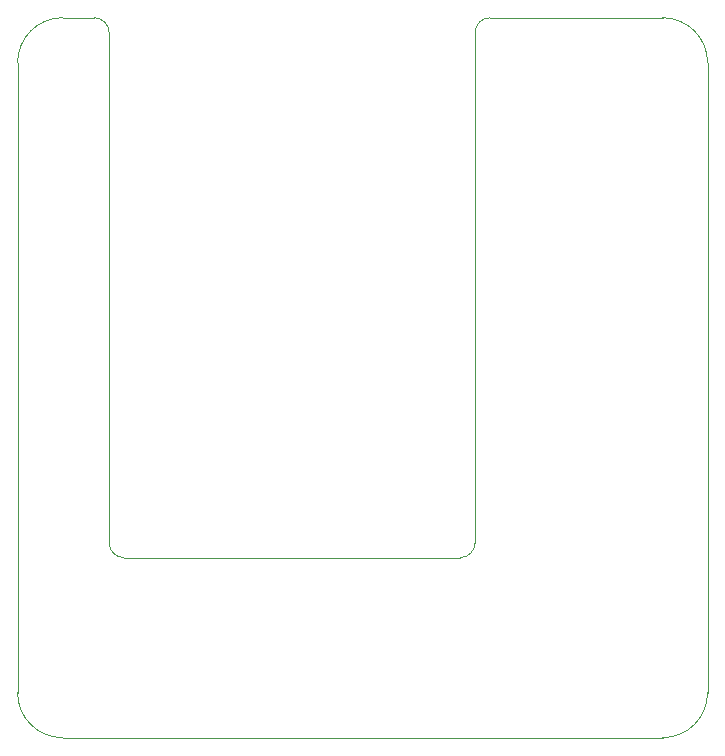
<source format=gm1>
G04 #@! TF.GenerationSoftware,KiCad,Pcbnew,9.0.6*
G04 #@! TF.CreationDate,2026-01-15T23:38:00-05:00*
G04 #@! TF.ProjectId,telemetry_transmitter,74656c65-6d65-4747-9279-5f7472616e73,rev?*
G04 #@! TF.SameCoordinates,Original*
G04 #@! TF.FileFunction,Profile,NP*
%FSLAX46Y46*%
G04 Gerber Fmt 4.6, Leading zero omitted, Abs format (unit mm)*
G04 Created by KiCad (PCBNEW 9.0.6) date 2026-01-15 23:38:00*
%MOMM*%
%LPD*%
G01*
G04 APERTURE LIST*
G04 #@! TA.AperFunction,Profile*
%ADD10C,0.050000*%
G04 #@! TD*
G04 APERTURE END LIST*
D10*
X147243800Y-74853800D02*
G75*
G02*
X148513800Y-73583800I1270000J0D01*
G01*
X166928800Y-77393800D02*
X166928800Y-130733800D01*
X163118800Y-73583800D02*
G75*
G02*
X166928800Y-77393800I0J-3810000D01*
G01*
X112318800Y-134543800D02*
G75*
G02*
X108508800Y-130733800I0J3810000D01*
G01*
X117525800Y-119303800D02*
G75*
G02*
X116255800Y-118033800I0J1270000D01*
G01*
X147243800Y-74853800D02*
X147243800Y-118033800D01*
X163118800Y-134543800D02*
X112318800Y-134543800D01*
X108508800Y-77393800D02*
G75*
G02*
X112318800Y-73583800I3810000J0D01*
G01*
X148513800Y-73583800D02*
X163118800Y-73583800D01*
X112318800Y-73583800D02*
X114985800Y-73583800D01*
X147243800Y-118033800D02*
G75*
G02*
X145973800Y-119303800I-1270000J0D01*
G01*
X145973800Y-119303800D02*
X117525800Y-119303800D01*
X116255800Y-74853800D02*
X116255800Y-118033800D01*
X114985800Y-73583800D02*
G75*
G02*
X116255800Y-74853800I0J-1270000D01*
G01*
X166928800Y-130733800D02*
G75*
G02*
X163118800Y-134543800I-3810000J0D01*
G01*
X108508800Y-130733800D02*
X108508800Y-77393800D01*
M02*

</source>
